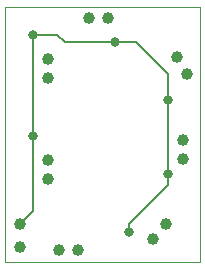
<source format=gbl>
G75*
%MOIN*%
%OFA0B0*%
%FSLAX24Y24*%
%IPPOS*%
%LPD*%
%AMOC8*
5,1,8,0,0,1.08239X$1,22.5*
%
%ADD10C,0.0000*%
%ADD11C,0.0397*%
%ADD12C,0.0317*%
%ADD13C,0.0060*%
D10*
X002392Y002517D02*
X002392Y011017D01*
X008892Y011017D01*
X008892Y002517D01*
X002392Y002517D01*
D11*
X002892Y003017D03*
X002892Y003767D03*
X004204Y002892D03*
X004829Y002892D03*
X003829Y005267D03*
X003829Y005892D03*
X003829Y008642D03*
X003829Y009267D03*
X005204Y010642D03*
X005829Y010642D03*
X008142Y009329D03*
X008454Y008767D03*
X008329Y006579D03*
X008329Y005954D03*
X007767Y003767D03*
X007329Y003267D03*
D12*
X006517Y003517D03*
X007829Y005454D03*
X007829Y007892D03*
X006079Y009829D03*
X003329Y010079D03*
X003329Y006704D03*
D13*
X003329Y004204D01*
X002892Y003767D01*
X003329Y006704D02*
X003329Y010079D01*
X004142Y010079D01*
X004392Y009829D01*
X006079Y009829D01*
X006767Y009829D01*
X007829Y008767D01*
X007829Y007892D01*
X007829Y005454D01*
X007829Y005079D01*
X006517Y003767D01*
X006517Y003517D01*
M02*

</source>
